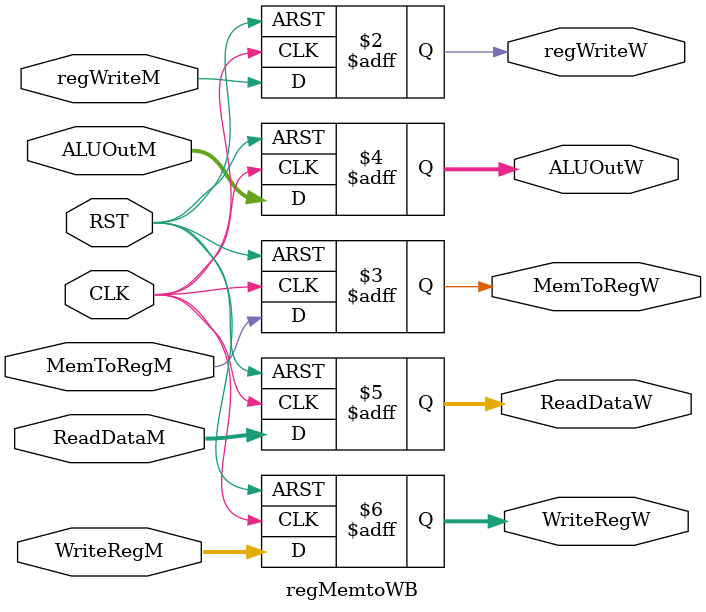
<source format=v>
`timescale 1ns / 1ps

module regMemtoWB(
    input CLK,
    input RST,
    input regWriteM,
    input MemToRegM,
    input[31:0] ALUOutM,
    input[31:0] ReadDataM,
    input [4:0] WriteRegM,
    output regWriteW,
    output MemToRegW,
    output[31:0] ALUOutW,
    output[31:0] ReadDataW,
    output[4:0] WriteRegW
    );
    
    reg regWriteW, MemToRegW;
    reg[4:0] WriteRegW;
    reg[31:0] ALUOutW, ReadDataW;
    
    always @(posedge CLK or posedge RST)
    begin
    if(RST)
    begin
    regWriteW = 1'b0;
    MemToRegW = 1'b0;
    WriteRegW = 5'b00000;
    ALUOutW = 32'h00000000;
    ReadDataW = 32'h00000000;
    end
    else
    begin
    regWriteW = regWriteM;
    MemToRegW = MemToRegM;
    WriteRegW = WriteRegM;
    ALUOutW = ALUOutM;
    ReadDataW = ReadDataM;
	end
    end
endmodule






</source>
